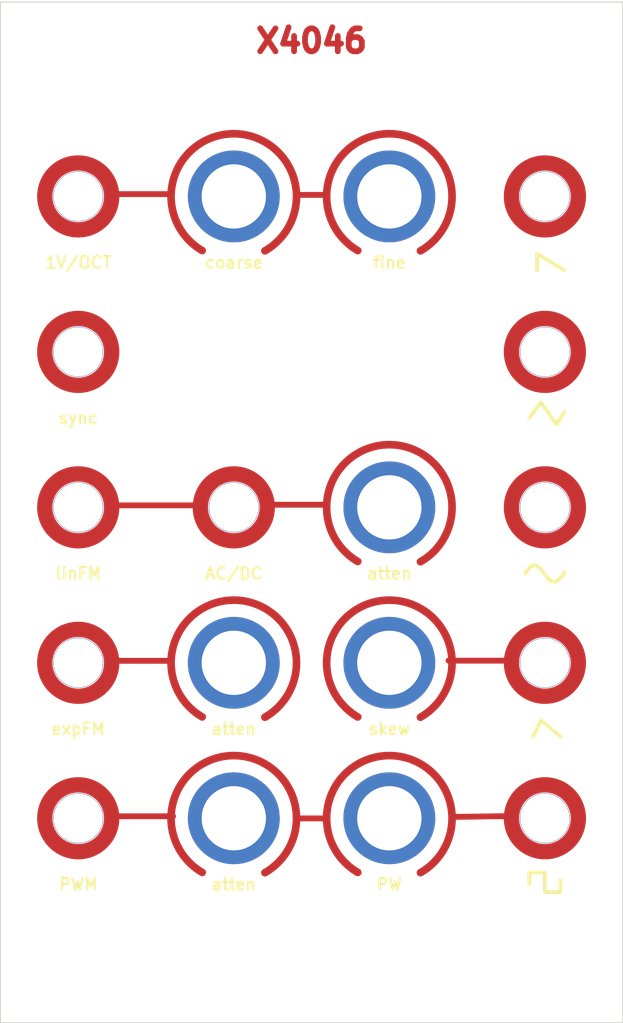
<source format=kicad_pcb>
(kicad_pcb (version 20171130) (host pcbnew 5.1.4-e60b266~84~ubuntu19.04.1)

  (general
    (thickness 1.6)
    (drawings 14)
    (tracks 3)
    (zones 0)
    (modules 24)
    (nets 1)
  )

  (page A4)
  (layers
    (0 F.Cu signal)
    (31 B.Cu signal)
    (32 B.Adhes user)
    (33 F.Adhes user)
    (34 B.Paste user)
    (35 F.Paste user)
    (36 B.SilkS user)
    (37 F.SilkS user)
    (38 B.Mask user)
    (39 F.Mask user)
    (40 Dwgs.User user)
    (41 Cmts.User user)
    (42 Eco1.User user)
    (43 Eco2.User user)
    (44 Edge.Cuts user)
    (45 Margin user)
    (46 B.CrtYd user)
    (47 F.CrtYd user)
    (48 B.Fab user)
    (49 F.Fab user)
  )

  (setup
    (last_trace_width 0.25)
    (trace_clearance 0.2)
    (zone_clearance 0.508)
    (zone_45_only no)
    (trace_min 0.2)
    (via_size 0.8)
    (via_drill 0.4)
    (via_min_size 0.4)
    (via_min_drill 0.3)
    (uvia_size 0.3)
    (uvia_drill 0.1)
    (uvias_allowed no)
    (uvia_min_size 0.2)
    (uvia_min_drill 0.1)
    (edge_width 0.05)
    (segment_width 0.2)
    (pcb_text_width 0.3)
    (pcb_text_size 1.5 1.5)
    (mod_edge_width 0.12)
    (mod_text_size 1 1)
    (mod_text_width 0.15)
    (pad_size 3.2 3.2)
    (pad_drill 3.2)
    (pad_to_mask_clearance 0.051)
    (solder_mask_min_width 0.25)
    (aux_axis_origin 0 0)
    (visible_elements FFFFFF7F)
    (pcbplotparams
      (layerselection 0x010fc_ffffffff)
      (usegerberextensions false)
      (usegerberattributes false)
      (usegerberadvancedattributes false)
      (creategerberjobfile false)
      (excludeedgelayer true)
      (linewidth 0.100000)
      (plotframeref false)
      (viasonmask false)
      (mode 1)
      (useauxorigin false)
      (hpglpennumber 1)
      (hpglpenspeed 20)
      (hpglpendiameter 15.000000)
      (psnegative false)
      (psa4output false)
      (plotreference true)
      (plotvalue true)
      (plotinvisibletext false)
      (padsonsilk false)
      (subtractmaskfromsilk false)
      (outputformat 1)
      (mirror false)
      (drillshape 1)
      (scaleselection 1)
      (outputdirectory ""))
  )

  (net 0 "")

  (net_class Default "This is the default net class."
    (clearance 0.2)
    (trace_width 0.25)
    (via_dia 0.8)
    (via_drill 0.4)
    (uvia_dia 0.3)
    (uvia_drill 0.1)
  )

  (module elektrophon:MountingHole_eurorack (layer F.Cu) (tedit 5D59BBE7) (tstamp 5D5A1AF5)
    (at 32.9 28.4)
    (descr "Mounting Hole 3mm, no annular")
    (tags "mounting hole 3mm no annular")
    (attr virtual)
    (fp_text reference REF** (at 0 -4) (layer F.SilkS) hide
      (effects (font (size 1 1) (thickness 0.15)))
    )
    (fp_text value MountingHole_eurorack (at 0 4.064) (layer F.Fab) hide
      (effects (font (size 1 1) (thickness 0.15)))
    )
    (fp_circle (center 0 0) (end 3.25 0) (layer F.CrtYd) (width 0.05))
    (fp_circle (center 0 0) (end 3 0) (layer Cmts.User) (width 0.15))
    (fp_text user %R (at 0.3 0) (layer F.Fab) hide
      (effects (font (size 1 1) (thickness 0.15)))
    )
    (pad "" np_thru_hole circle (at 0 0) (size 3.2 3.2) (drill 3.2) (layers *.Cu *.Mask))
  )

  (module elektrophon:waveshape_saw (layer F.Cu) (tedit 5D59AF37) (tstamp 5D5A080B)
    (at 96.52 50.8)
    (descr "Imported from ../../lib/kicad/elektrophon.pretty/fall.svg")
    (tags svg2mod)
    (attr smd)
    (fp_text reference svg2mod (at 0 -4.69341) (layer F.SilkS) hide
      (effects (font (size 1.524 1.524) (thickness 0.3048)))
    )
    (fp_text value G*** (at 0 11.684) (layer F.SilkS) hide
      (effects (font (size 1.524 1.524) (thickness 0.3048)))
    )
    (fp_line (start -1.016 7.49859) (end 2.54 9.652) (layer F.SilkS) (width 0.5))
    (fp_line (start -1.016 9.652) (end -1.016 7.62) (layer F.SilkS) (width 0.5))
  )

  (module elektrophon:waveshape_fall (layer F.Cu) (tedit 5D59B5BE) (tstamp 5D5A05E0)
    (at 96.52 111.76)
    (descr "Imported from ../../lib/kicad/elektrophon.pretty/fall.svg")
    (tags svg2mod)
    (attr smd)
    (fp_text reference svg2mod (at 0 -4.69341) (layer F.SilkS) hide
      (effects (font (size 1.524 1.524) (thickness 0.3048)))
    )
    (fp_text value G*** (at 0 11.684) (layer F.SilkS) hide
      (effects (font (size 1.524 1.524) (thickness 0.3048)))
    )
    (fp_line (start -0.508 7.49859) (end 2.032 9.652) (layer F.SilkS) (width 0.5))
    (fp_line (start -1.524 9.652) (end -0.508 7.49859) (layer F.SilkS) (width 0.5))
  )

  (module elektrophon:waveshape_triangle (layer F.Cu) (tedit 5D59AF8F) (tstamp 5D5A0159)
    (at 96.52 71.12)
    (descr "Imported from ../../lib/kicad/elektrophon.pretty/triangle.svg")
    (tags svg2mod)
    (attr smd)
    (fp_text reference svg2mod (at 0 -4.43467) (layer F.SilkS) hide
      (effects (font (size 1.524 1.524) (thickness 0.3048)))
    )
    (fp_text value G*** (at 0 6.604) (layer F.SilkS) hide
      (effects (font (size 1.524 1.524) (thickness 0.3048)))
    )
    (fp_line (start 1.524 9.51467) (end 2.54 7.82361) (layer F.SilkS) (width 0.5))
    (fp_line (start -0.508 6.604) (end 1.524 9.51467) (layer F.SilkS) (width 0.5))
    (fp_line (start -2.032 8.636) (end -0.508 6.604) (layer F.SilkS) (width 0.5))
  )

  (module elektrophon:pot_mask (layer F.Cu) (tedit 5D59B6ED) (tstamp 5D59F607)
    (at 55.88 111.76)
    (descr "Imported from pot-mask.svg")
    (tags svg2mod)
    (attr smd)
    (fp_text reference "" (at 0 -10.16) (layer F.SilkS) hide
      (effects (font (size 1.524 1.524) (thickness 0.3048)))
    )
    (fp_text value atten (at 0 8.636) (layer F.SilkS)
      (effects (font (size 1.524 1.524) (thickness 0.3048)))
    )
    (fp_arc (start 0 0) (end 4.064 7.112) (angle -300) (layer F.Cu) (width 1))
    (pad "" np_thru_hole circle (at 0 0) (size 12 12) (drill 8.4) (layers *.Cu *.Mask))
  )

  (module elektrophon:JACK_HOLE (layer F.Cu) (tedit 5D59A4F3) (tstamp 5D599D81)
    (at 96.52 111.76)
    (fp_text reference REF** (at 0 -6.604) (layer F.SilkS) hide
      (effects (font (size 1 1) (thickness 0.15)))
    )
    (fp_text value Sync (at 0 8.636) (layer F.SilkS) hide
      (effects (font (size 1.524 1.524) (thickness 0.3)))
    )
    (fp_circle (center 0 0) (end 4.369981 0) (layer F.Cu) (width 2))
    (pad "" thru_hole circle (at 0 0) (size 6.5 6.5) (drill 6.4) (layers *.Cu *.Mask)
      (zone_connect 0))
  )

  (module elektrophon:JACK_HOLE (layer F.Cu) (tedit 5D59A4F3) (tstamp 5D599AE5)
    (at 96.52 71.12 180)
    (fp_text reference REF** (at 0 -6.604) (layer F.SilkS) hide
      (effects (font (size 1 1) (thickness 0.15)))
    )
    (fp_text value Sync (at 0 8.636) (layer F.SilkS) hide
      (effects (font (size 1.524 1.524) (thickness 0.3)))
    )
    (fp_circle (center 0 0) (end 4.369981 0) (layer F.Cu) (width 2))
    (pad "" thru_hole circle (at 0 0 180) (size 6.5 6.5) (drill 6.4) (layers *.Cu *.Mask)
      (zone_connect 0))
  )

  (module elektrophon:JACK_HOLE (layer F.Cu) (tedit 5D59A4F3) (tstamp 5D59B5B1)
    (at 35.56 71.12)
    (fp_text reference REF** (at 0 -6.604) (layer F.SilkS) hide
      (effects (font (size 1 1) (thickness 0.15)))
    )
    (fp_text value sync (at 0 8.636) (layer F.SilkS)
      (effects (font (size 1.524 1.524) (thickness 0.3)))
    )
    (fp_circle (center 0 0) (end 4.369981 0) (layer F.Cu) (width 2))
    (pad "" thru_hole circle (at 0 0) (size 6.5 6.5) (drill 6.4) (layers *.Cu *.Mask)
      (zone_connect 0))
  )

  (module elektrophon:JACK_HOLE (layer F.Cu) (tedit 5D59A4F3) (tstamp 5D59B538)
    (at 35.56 50.8)
    (fp_text reference REF** (at 0 -6.604) (layer F.SilkS) hide
      (effects (font (size 1 1) (thickness 0.15)))
    )
    (fp_text value 1V/OCT (at 0 8.636) (layer F.SilkS)
      (effects (font (size 1.524 1.524) (thickness 0.3)))
    )
    (fp_circle (center 0 0) (end 4.369981 0) (layer F.Cu) (width 2))
    (pad "" thru_hole circle (at 0 0) (size 6.5 6.5) (drill 6.4) (layers *.Cu *.Mask)
      (zone_connect 0))
  )

  (module elektrophon:pot_mask (layer F.Cu) (tedit 5D59B6ED) (tstamp 5D59B564)
    (at 55.88 50.8)
    (descr "Imported from pot-mask.svg")
    (tags svg2mod)
    (attr smd)
    (fp_text reference svg2mod (at 0 -10.16) (layer F.SilkS) hide
      (effects (font (size 1.524 1.524) (thickness 0.3048)))
    )
    (fp_text value coarse (at 0 8.636) (layer F.SilkS)
      (effects (font (size 1.524 1.524) (thickness 0.3048)))
    )
    (fp_arc (start 0 0) (end 4.064 7.112) (angle -300) (layer F.Cu) (width 1))
    (pad "" np_thru_hole circle (at 0 0) (size 12 12) (drill 8.4) (layers *.Cu *.Mask))
  )

  (module elektrophon:pot_mask (layer F.Cu) (tedit 5D59B6ED) (tstamp 5D59F960)
    (at 76.2 50.8)
    (descr "Imported from pot-mask.svg")
    (tags svg2mod)
    (attr smd)
    (fp_text reference svg2mod (at 0 -10.16) (layer F.SilkS) hide
      (effects (font (size 1.524 1.524) (thickness 0.3048)))
    )
    (fp_text value fine (at 0 8.636) (layer F.SilkS)
      (effects (font (size 1.524 1.524) (thickness 0.3048)))
    )
    (fp_arc (start 0 0) (end 4.064 7.112) (angle -300) (layer F.Cu) (width 1))
    (pad "" np_thru_hole circle (at 0 0) (size 12 12) (drill 8.4) (layers *.Cu *.Mask))
  )

  (module elektrophon:waveshape_sine (layer F.Cu) (tedit 5D59B0BB) (tstamp 5D59B424)
    (at 96.52 91.44)
    (descr "Imported from ../../lib/kicad/elektrophon.pretty/sine.svg")
    (tags svg2mod)
    (attr smd)
    (fp_text reference svg2mod (at 0 -4.578272) (layer F.SilkS) hide
      (effects (font (size 1.524 1.524) (thickness 0.3048)))
    )
    (fp_text value G*** (at 0 4.578272) (layer F.SilkS) hide
      (effects (font (size 1.524 1.524) (thickness 0.3048)))
    )
    (fp_line (start 2.333448 8.858449) (end 2.538214 8.476346) (layer F.SilkS) (width 0.5))
    (fp_line (start 1.772845 9.510977) (end 2.333448 8.858449) (layer F.SilkS) (width 0.5))
    (fp_line (start 1.384272 9.707191) (end 1.772845 9.510977) (layer F.SilkS) (width 0.5))
    (fp_line (start 0.936943 9.693258) (end 1.384272 9.707191) (layer F.SilkS) (width 0.5))
    (fp_line (start 0.440923 9.376595) (end 0.936943 9.693258) (layer F.SilkS) (width 0.5))
    (fp_line (start -0.093719 8.664618) (end 0.440923 9.376595) (layer F.SilkS) (width 0.5))
    (fp_line (start -0.620307 7.94493) (end -0.093719 8.664618) (layer F.SilkS) (width 0.5))
    (fp_line (start -1.095093 7.607769) (end -0.620307 7.94493) (layer F.SilkS) (width 0.5))
    (fp_line (start -1.512403 7.564809) (end -1.095093 7.607769) (layer F.SilkS) (width 0.5))
    (fp_line (start -1.866564 7.727725) (end -1.512403 7.564809) (layer F.SilkS) (width 0.5))
    (fp_line (start -2.362736 8.317877) (end -1.866564 7.727725) (layer F.SilkS) (width 0.5))
    (fp_line (start -2.538214 8.671618) (end -2.362736 8.317877) (layer F.SilkS) (width 0.5))
  )

  (module elektrophon:waveshape_square (layer F.Cu) (tedit 5D59AF63) (tstamp 5D59B3F6)
    (at 96.52 132.08)
    (descr "Imported from ../../lib/kicad/elektrophon.pretty/saw.svg")
    (tags svg2mod)
    (attr smd)
    (fp_text reference svg2mod (at 0 -4.58823) (layer F.SilkS) hide
      (effects (font (size 1.524 1.524) (thickness 0.3048)))
    )
    (fp_text value G*** (at 0 4.58823) (layer F.SilkS) hide
      (effects (font (size 1.524 1.524) (thickness 0.3048)))
    )
    (fp_line (start 2.032 9.652) (end 2.032 8.128) (layer F.SilkS) (width 0.5))
    (fp_line (start 0 9.652) (end 2.032 9.652) (layer F.SilkS) (width 0.5))
    (fp_line (start 0 7.112) (end 0 9.652) (layer F.SilkS) (width 0.5))
    (fp_line (start -2.032 7.09577) (end -0.207183 7.09617) (layer F.SilkS) (width 0.5))
    (fp_line (start -2.032 8.62667) (end -2.032 7.112) (layer F.SilkS) (width 0.5))
  )

  (module elektrophon:pot_mask (layer F.Cu) (tedit 5D59B6ED) (tstamp 5D59ADFA)
    (at 76.2 111.76)
    (descr "Imported from pot-mask.svg")
    (tags svg2mod)
    (attr smd)
    (fp_text reference svg2mod (at 0 -10.16) (layer F.SilkS) hide
      (effects (font (size 1.524 1.524) (thickness 0.3048)))
    )
    (fp_text value skew (at 0 8.636) (layer F.SilkS)
      (effects (font (size 1.524 1.524) (thickness 0.3048)))
    )
    (fp_arc (start 0 0) (end 4.064 7.112) (angle -300) (layer F.Cu) (width 1))
    (pad "" np_thru_hole circle (at 0 0) (size 12 12) (drill 8.4) (layers *.Cu *.Mask))
  )

  (module elektrophon:JACK_HOLE (layer F.Cu) (tedit 5D59A4F3) (tstamp 5D59A4F9)
    (at 35.56 132.08)
    (fp_text reference REF** (at 0 -6.604) (layer F.SilkS) hide
      (effects (font (size 1 1) (thickness 0.15)))
    )
    (fp_text value PWM (at 0 8.636) (layer F.SilkS)
      (effects (font (size 1.524 1.524) (thickness 0.3)))
    )
    (fp_circle (center 0 0) (end 4.369981 0) (layer F.Cu) (width 2))
    (pad "" thru_hole circle (at 0 0) (size 6.5 6.5) (drill 6.4) (layers *.Cu *.Mask)
      (zone_connect 0))
  )

  (module elektrophon:JACK_HOLE (layer F.Cu) (tedit 5D59A4F3) (tstamp 5D59A4F9)
    (at 35.56 111.76)
    (fp_text reference REF** (at 0 -6.604) (layer F.SilkS) hide
      (effects (font (size 1 1) (thickness 0.15)))
    )
    (fp_text value expFM (at 0 8.636) (layer F.SilkS)
      (effects (font (size 1.524 1.524) (thickness 0.3)))
    )
    (fp_circle (center 0 0) (end 4.369981 0) (layer F.Cu) (width 2))
    (pad "" thru_hole circle (at 0 0) (size 6.5 6.5) (drill 6.4) (layers *.Cu *.Mask)
      (zone_connect 0))
  )

  (module elektrophon:JACK_HOLE (layer F.Cu) (tedit 5D59A4F3) (tstamp 5D59A4F9)
    (at 35.56 91.44)
    (fp_text reference REF** (at 0 -6.604) (layer F.SilkS) hide
      (effects (font (size 1 1) (thickness 0.15)))
    )
    (fp_text value linFM (at 0 8.636) (layer F.SilkS)
      (effects (font (size 1.524 1.524) (thickness 0.3)))
    )
    (fp_circle (center 0 0) (end 4.369981 0) (layer F.Cu) (width 2))
    (pad "" thru_hole circle (at 0 0) (size 6.5 6.5) (drill 6.4) (layers *.Cu *.Mask)
      (zone_connect 0))
  )

  (module elektrophon:pot_mask (layer F.Cu) (tedit 5D59B6ED) (tstamp 5D599E88)
    (at 76.2 132.08)
    (descr "Imported from pot-mask.svg")
    (tags svg2mod)
    (attr smd)
    (fp_text reference "" (at 0 -10.16) (layer F.SilkS) hide
      (effects (font (size 1.524 1.524) (thickness 0.3048)))
    )
    (fp_text value PW (at 0 8.636) (layer F.SilkS)
      (effects (font (size 1.524 1.524) (thickness 0.3048)))
    )
    (fp_arc (start 0 0) (end 4.064 7.112) (angle -300) (layer F.Cu) (width 1))
    (pad "" np_thru_hole circle (at 0 0) (size 12 12) (drill 8.4) (layers *.Cu *.Mask))
  )

  (module elektrophon:pot_mask (layer F.Cu) (tedit 5D59B6ED) (tstamp 5D599E88)
    (at 55.88 132.08)
    (descr "Imported from pot-mask.svg")
    (tags svg2mod)
    (attr smd)
    (fp_text reference "" (at 0 -10.16) (layer F.SilkS) hide
      (effects (font (size 1.524 1.524) (thickness 0.3048)))
    )
    (fp_text value atten (at 0 8.636) (layer F.SilkS)
      (effects (font (size 1.524 1.524) (thickness 0.3048)))
    )
    (fp_arc (start 0 0) (end 4.064 7.112) (angle -300) (layer F.Cu) (width 1))
    (pad "" np_thru_hole circle (at 0 0) (size 12 12) (drill 8.4) (layers *.Cu *.Mask))
  )

  (module elektrophon:pot_mask (layer F.Cu) (tedit 5D59B6ED) (tstamp 5D599E88)
    (at 76.2 91.44)
    (descr "Imported from pot-mask.svg")
    (tags svg2mod)
    (attr smd)
    (fp_text reference "" (at 0 -10.16) (layer F.SilkS) hide
      (effects (font (size 1.524 1.524) (thickness 0.3048)))
    )
    (fp_text value atten (at 0 8.636) (layer F.SilkS)
      (effects (font (size 1.524 1.524) (thickness 0.3048)))
    )
    (fp_arc (start 0 0) (end 4.064 7.112) (angle -300) (layer F.Cu) (width 1))
    (pad "" np_thru_hole circle (at 0 0) (size 12 12) (drill 8.4) (layers *.Cu *.Mask))
  )

  (module elektrophon:JACK_HOLE (layer F.Cu) (tedit 5D59A4F3) (tstamp 5D599112)
    (at 55.88 91.44)
    (fp_text reference REF** (at 0 -6.604) (layer F.SilkS) hide
      (effects (font (size 1 1) (thickness 0.15)))
    )
    (fp_text value AC/DC (at 0 8.636) (layer F.SilkS)
      (effects (font (size 1.524 1.524) (thickness 0.3)))
    )
    (fp_circle (center 0 0) (end 4.369981 0) (layer F.Cu) (width 2))
    (pad "" thru_hole circle (at 0 0) (size 6.5 6.5) (drill 6.4) (layers *.Cu *.Mask)
      (zone_connect 0))
  )

  (module elektrophon:JACK_HOLE (layer F.Cu) (tedit 5D59A4F3) (tstamp 5D5990E7)
    (at 96.52 132.08)
    (fp_text reference REF** (at 0 -6.604) (layer F.SilkS) hide
      (effects (font (size 1 1) (thickness 0.15)))
    )
    (fp_text value JACK_HOLE (at 0 8.636) (layer F.SilkS) hide
      (effects (font (size 1.524 1.524) (thickness 0.3)))
    )
    (fp_circle (center 0 0) (end 4.369981 0) (layer F.Cu) (width 2))
    (pad "" thru_hole circle (at 0 0) (size 6.5 6.5) (drill 6.4) (layers *.Cu *.Mask)
      (zone_connect 0))
  )

  (module elektrophon:JACK_HOLE (layer F.Cu) (tedit 5D59A4F3) (tstamp 5D5990E3)
    (at 96.52 91.44)
    (fp_text reference REF** (at 0 -6.604) (layer F.SilkS) hide
      (effects (font (size 1 1) (thickness 0.15)))
    )
    (fp_text value JACK_HOLE (at 0 8.636) (layer F.SilkS) hide
      (effects (font (size 1.524 1.524) (thickness 0.3)))
    )
    (fp_circle (center 0 0) (end 4.369981 0) (layer F.Cu) (width 2))
    (pad "" thru_hole circle (at 0 0) (size 6.5 6.5) (drill 6.4) (layers *.Cu *.Mask)
      (zone_connect 0))
  )

  (module elektrophon:JACK_HOLE (layer F.Cu) (tedit 5D59A4F3) (tstamp 5D5990DF)
    (at 96.52 50.8)
    (fp_text reference REF** (at 0 -6.604) (layer F.SilkS) hide
      (effects (font (size 1 1) (thickness 0.15)))
    )
    (fp_text value 1V/OCT (at 0 8.636) (layer F.SilkS) hide
      (effects (font (size 1.524 1.524) (thickness 0.3)))
    )
    (fp_circle (center 0 0) (end 4.369981 0) (layer F.Cu) (width 2))
    (pad "" thru_hole circle (at 0 0) (size 6.5 6.5) (drill 6.4) (layers *.Cu *.Mask)
      (zone_connect 0))
  )

  (gr_line (start 84.62512 131.9) (end 91.4 131.80382) (layer F.Cu) (width 0.762) (tstamp 5D59FC4E))
  (gr_line (start 64.2 50.6) (end 68 50.6) (layer F.Cu) (width 0.762) (tstamp 5D59FC4E))
  (gr_line (start 40.7 50.5) (end 47.4 50.5) (layer F.Cu) (width 0.762) (tstamp 5D59FC4E))
  (gr_line (start 83.93 111.48) (end 91.69 111.48) (layer F.Cu) (width 0.762) (tstamp 5D59FC4E))
  (gr_line (start 60.96 91.1) (end 67.6 91.1) (layer F.Cu) (width 0.762) (tstamp 5D59FC4E))
  (gr_line (start 64.3 132.1) (end 67.8 132.1) (layer F.Cu) (width 0.762))
  (gr_line (start 40.19 131.82) (end 47.95 131.82) (layer F.Cu) (width 0.762) (tstamp 5D59FC4E))
  (gr_line (start 40.19 111.5) (end 47.2 111.5) (layer F.Cu) (width 0.762) (tstamp 5D59FC4E))
  (gr_line (start 40.19 91.18) (end 50.8 91.18) (layer F.Cu) (width 0.762))
  (gr_text X4046 (at 66.04 30.48) (layer F.Cu)
    (effects (font (size 3 3) (thickness 0.75)))
  )
  (gr_line (start 106.68 158.8) (end 25.4 158.8) (layer Edge.Cuts) (width 0.12))
  (gr_line (start 106.68 25.4) (end 106.68 158.8) (layer Edge.Cuts) (width 0.12))
  (gr_line (start 25.4 25.4) (end 25.4 158.8) (layer Edge.Cuts) (width 0.12))
  (gr_line (start 25.4 25.4) (end 106.68 25.4) (layer Edge.Cuts) (width 0.12))

  (segment (start 38.492987 70.302369) (end 38.466951 70.214146) (width 0.25) (layer F.Cu) (net 0))
  (segment (start 35.56 71.12) (end 37.675356 71.12) (width 0.25) (layer F.Cu) (net 0))
  (segment (start 37.675356 71.12) (end 38.492987 70.302369) (width 0.25) (layer F.Cu) (net 0))

)

</source>
